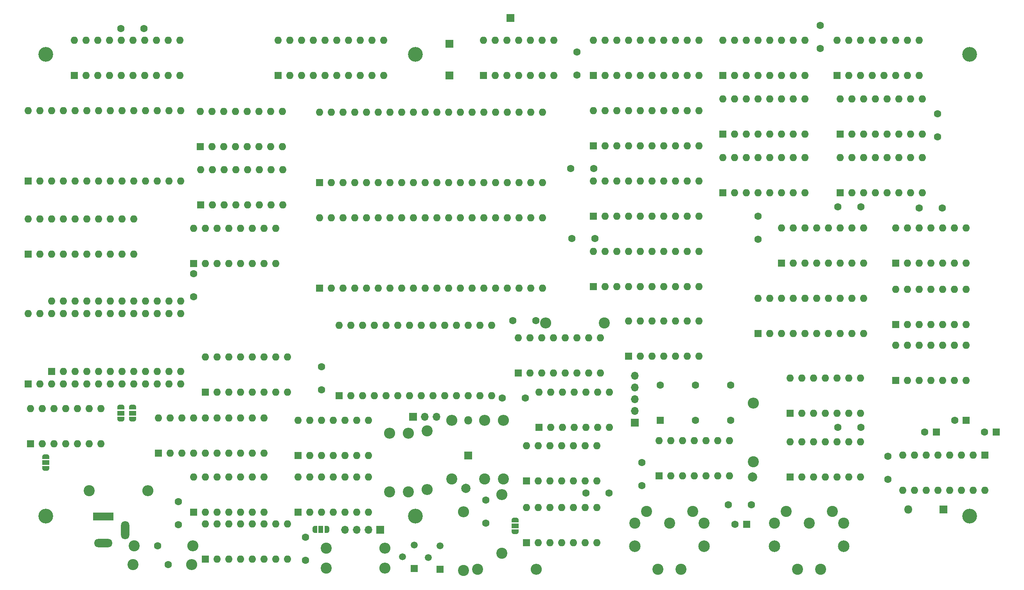
<source format=gbr>
%TF.GenerationSoftware,KiCad,Pcbnew,8.0.7-8.0.7-0~ubuntu22.04.1*%
%TF.CreationDate,2025-01-30T17:32:51+01:00*%
%TF.ProjectId,EVA1_production,45564131-5f70-4726-9f64-756374696f6e,rev?*%
%TF.SameCoordinates,Original*%
%TF.FileFunction,Soldermask,Top*%
%TF.FilePolarity,Negative*%
%FSLAX46Y46*%
G04 Gerber Fmt 4.6, Leading zero omitted, Abs format (unit mm)*
G04 Created by KiCad (PCBNEW 8.0.7-8.0.7-0~ubuntu22.04.1) date 2025-01-30 17:32:51*
%MOMM*%
%LPD*%
G01*
G04 APERTURE LIST*
G04 Aperture macros list*
%AMFreePoly0*
4,1,19,0.550000,-0.750000,0.000000,-0.750000,0.000000,-0.744911,-0.071157,-0.744911,-0.207708,-0.704816,-0.327430,-0.627875,-0.420627,-0.520320,-0.479746,-0.390866,-0.500000,-0.250000,-0.500000,0.250000,-0.479746,0.390866,-0.420627,0.520320,-0.327430,0.627875,-0.207708,0.704816,-0.071157,0.744911,0.000000,0.744911,0.000000,0.750000,0.550000,0.750000,0.550000,-0.750000,0.550000,-0.750000,
$1*%
%AMFreePoly1*
4,1,19,0.000000,0.744911,0.071157,0.744911,0.207708,0.704816,0.327430,0.627875,0.420627,0.520320,0.479746,0.390866,0.500000,0.250000,0.500000,-0.250000,0.479746,-0.390866,0.420627,-0.520320,0.327430,-0.627875,0.207708,-0.704816,0.071157,-0.744911,0.000000,-0.744911,0.000000,-0.750000,-0.550000,-0.750000,-0.550000,0.750000,0.000000,0.750000,0.000000,0.744911,0.000000,0.744911,
$1*%
G04 Aperture macros list end*
%ADD10R,1.700000X1.700000*%
%ADD11O,1.700000X1.700000*%
%ADD12FreePoly0,180.000000*%
%ADD13R,1.000000X1.500000*%
%ADD14FreePoly1,180.000000*%
%ADD15R,1.600000X1.600000*%
%ADD16O,1.600000X1.600000*%
%ADD17C,1.600000*%
%ADD18C,3.200000*%
%ADD19C,2.400000*%
%ADD20O,2.400000X2.400000*%
%ADD21R,1.500000X1.500000*%
%ADD22C,1.500000*%
%ADD23FreePoly0,90.000000*%
%ADD24R,1.500000X1.000000*%
%ADD25FreePoly1,90.000000*%
%ADD26C,2.500000*%
%ADD27R,4.400000X1.800000*%
%ADD28O,4.000000X1.800000*%
%ADD29O,1.800000X4.000000*%
%ADD30R,1.800000X1.800000*%
%ADD31O,1.800000X1.800000*%
%ADD32C,2.000000*%
G04 APERTURE END LIST*
D10*
%TO.C,J9*%
X102362000Y-133985000D03*
D11*
X99822000Y-133985000D03*
X97282000Y-133985000D03*
X94742000Y-133985000D03*
%TD*%
D12*
%TO.C,JP5*%
X90835000Y-133858000D03*
D13*
X89535000Y-133858000D03*
D14*
X88235000Y-133858000D03*
%TD*%
D15*
%TO.C,U26*%
X148556630Y-50800000D03*
D16*
X151096630Y-50800000D03*
X153636630Y-50800000D03*
X156176630Y-50800000D03*
X158716630Y-50800000D03*
X161256630Y-50800000D03*
X163796630Y-50800000D03*
X166336630Y-50800000D03*
X168876630Y-50800000D03*
X171416630Y-50800000D03*
X171416630Y-43180000D03*
X168876630Y-43180000D03*
X166336630Y-43180000D03*
X163796630Y-43180000D03*
X161256630Y-43180000D03*
X158716630Y-43180000D03*
X156176630Y-43180000D03*
X153636630Y-43180000D03*
X151096630Y-43180000D03*
X148556630Y-43180000D03*
%TD*%
D15*
%TO.C,U21*%
X132250000Y-100000000D03*
D16*
X134790000Y-100000000D03*
X137330000Y-100000000D03*
X139870000Y-100000000D03*
X142410000Y-100000000D03*
X144950000Y-100000000D03*
X147490000Y-100000000D03*
X150030000Y-100000000D03*
X150030000Y-92380000D03*
X147490000Y-92380000D03*
X144950000Y-92380000D03*
X142410000Y-92380000D03*
X139870000Y-92380000D03*
X137330000Y-92380000D03*
X134790000Y-92380000D03*
X132250000Y-92380000D03*
%TD*%
D15*
%TO.C,U31*%
X162750000Y-122250000D03*
D16*
X165290000Y-122250000D03*
X167830000Y-122250000D03*
X170370000Y-122250000D03*
X172910000Y-122250000D03*
X175450000Y-122250000D03*
X177990000Y-122250000D03*
X177990000Y-114630000D03*
X175450000Y-114630000D03*
X172910000Y-114630000D03*
X170370000Y-114630000D03*
X167830000Y-114630000D03*
X165290000Y-114630000D03*
X162750000Y-114630000D03*
%TD*%
D15*
%TO.C,U4*%
X26670000Y-115316000D03*
D16*
X29210000Y-115316000D03*
X31750000Y-115316000D03*
X34290000Y-115316000D03*
X36830000Y-115316000D03*
X39370000Y-115316000D03*
X41910000Y-115316000D03*
X41910000Y-107696000D03*
X39370000Y-107696000D03*
X36830000Y-107696000D03*
X34290000Y-107696000D03*
X31750000Y-107696000D03*
X29210000Y-107696000D03*
X26670000Y-107696000D03*
%TD*%
D15*
%TO.C,C23*%
X181705113Y-132750000D03*
D17*
X179205113Y-132750000D03*
%TD*%
D18*
%TO.C,H2*%
X110000000Y-31000000D03*
%TD*%
%TO.C,H4*%
X30000000Y-131000000D03*
%TD*%
D17*
%TO.C,C14*%
X151892000Y-125984000D03*
X146892000Y-125984000D03*
%TD*%
D19*
%TO.C,R3*%
X39370000Y-125476000D03*
D20*
X52070000Y-125476000D03*
%TD*%
D17*
%TO.C,C2*%
X56468000Y-141478000D03*
X61468000Y-141478000D03*
%TD*%
%TO.C,C15*%
X159004000Y-119380000D03*
X159004000Y-124380000D03*
%TD*%
D15*
%TO.C,U40*%
X201930000Y-48260000D03*
D16*
X204470000Y-48260000D03*
X207010000Y-48260000D03*
X209550000Y-48260000D03*
X212090000Y-48260000D03*
X214630000Y-48260000D03*
X217170000Y-48260000D03*
X219710000Y-48260000D03*
X219710000Y-40640000D03*
X217170000Y-40640000D03*
X214630000Y-40640000D03*
X212090000Y-40640000D03*
X209550000Y-40640000D03*
X207010000Y-40640000D03*
X204470000Y-40640000D03*
X201930000Y-40640000D03*
%TD*%
D15*
%TO.C,U36*%
X184150000Y-91440000D03*
D16*
X186690000Y-91440000D03*
X189230000Y-91440000D03*
X191770000Y-91440000D03*
X194310000Y-91440000D03*
X196850000Y-91440000D03*
X199390000Y-91440000D03*
X201930000Y-91440000D03*
X204470000Y-91440000D03*
X207010000Y-91440000D03*
X207010000Y-83820000D03*
X204470000Y-83820000D03*
X201930000Y-83820000D03*
X199390000Y-83820000D03*
X196850000Y-83820000D03*
X194310000Y-83820000D03*
X191770000Y-83820000D03*
X189230000Y-83820000D03*
X186690000Y-83820000D03*
X184150000Y-83820000D03*
%TD*%
D15*
%TO.C,U41*%
X201930000Y-60960000D03*
D16*
X204470000Y-60960000D03*
X207010000Y-60960000D03*
X209550000Y-60960000D03*
X212090000Y-60960000D03*
X214630000Y-60960000D03*
X217170000Y-60960000D03*
X219710000Y-60960000D03*
X219710000Y-53340000D03*
X217170000Y-53340000D03*
X214630000Y-53340000D03*
X212090000Y-53340000D03*
X209550000Y-53340000D03*
X207010000Y-53340000D03*
X204470000Y-53340000D03*
X201930000Y-53340000D03*
%TD*%
D19*
%TO.C,R10*%
X129032000Y-122936000D03*
D20*
X129032000Y-110236000D03*
%TD*%
D15*
%TO.C,U43*%
X213995000Y-89535000D03*
D16*
X216535000Y-89535000D03*
X219075000Y-89535000D03*
X221615000Y-89535000D03*
X224155000Y-89535000D03*
X226695000Y-89535000D03*
X229235000Y-89535000D03*
X229235000Y-81915000D03*
X226695000Y-81915000D03*
X224155000Y-81915000D03*
X221615000Y-81915000D03*
X219075000Y-81915000D03*
X216535000Y-81915000D03*
X213995000Y-81915000D03*
%TD*%
D19*
%TO.C,R4*%
X108458000Y-125730000D03*
D20*
X108458000Y-113030000D03*
%TD*%
D15*
%TO.C,Y2*%
X163000000Y-110250000D03*
D17*
X178240000Y-110250000D03*
X178240000Y-102630000D03*
X163000000Y-102630000D03*
%TD*%
%TO.C,C33*%
X223012000Y-48895000D03*
X223012000Y-43895000D03*
%TD*%
D15*
%TO.C,U22*%
X136750000Y-111750000D03*
D16*
X139290000Y-111750000D03*
X141830000Y-111750000D03*
X144370000Y-111750000D03*
X146910000Y-111750000D03*
X149450000Y-111750000D03*
X151990000Y-111750000D03*
X151990000Y-104130000D03*
X149450000Y-104130000D03*
X146910000Y-104130000D03*
X144370000Y-104130000D03*
X141830000Y-104130000D03*
X139290000Y-104130000D03*
X136750000Y-104130000D03*
%TD*%
D21*
%TO.C,Q3*%
X115316000Y-142494000D03*
D22*
X112776000Y-139954000D03*
X115316000Y-137414000D03*
%TD*%
D19*
%TO.C,R5*%
X90678000Y-142240000D03*
D20*
X103378000Y-142240000D03*
%TD*%
D17*
%TO.C,C5*%
X49182000Y-137414000D03*
X54182000Y-137414000D03*
%TD*%
D23*
%TO.C,JP1*%
X46228000Y-109982000D03*
D24*
X46228000Y-108682000D03*
D25*
X46228000Y-107382000D03*
%TD*%
D15*
%TO.C,U33*%
X176530000Y-48260000D03*
D16*
X179070000Y-48260000D03*
X181610000Y-48260000D03*
X184150000Y-48260000D03*
X186690000Y-48260000D03*
X189230000Y-48260000D03*
X191770000Y-48260000D03*
X194310000Y-48260000D03*
X194310000Y-40640000D03*
X191770000Y-40640000D03*
X189230000Y-40640000D03*
X186690000Y-40640000D03*
X184150000Y-40640000D03*
X181610000Y-40640000D03*
X179070000Y-40640000D03*
X176530000Y-40640000D03*
%TD*%
D17*
%TO.C,C29*%
X206462000Y-64008000D03*
X201462000Y-64008000D03*
%TD*%
D15*
%TO.C,U32*%
X176530000Y-35560000D03*
D16*
X179070000Y-35560000D03*
X181610000Y-35560000D03*
X184150000Y-35560000D03*
X186690000Y-35560000D03*
X189230000Y-35560000D03*
X191770000Y-35560000D03*
X194310000Y-35560000D03*
X194310000Y-27940000D03*
X191770000Y-27940000D03*
X189230000Y-27940000D03*
X186690000Y-27940000D03*
X184150000Y-27940000D03*
X181610000Y-27940000D03*
X179070000Y-27940000D03*
X176530000Y-27940000D03*
%TD*%
D17*
%TO.C,C25*%
X184150000Y-71040000D03*
X184150000Y-66040000D03*
%TD*%
D15*
%TO.C,U2*%
X26162000Y-74295000D03*
D16*
X28702000Y-74295000D03*
X31242000Y-74295000D03*
X33782000Y-74295000D03*
X36322000Y-74295000D03*
X38862000Y-74295000D03*
X41402000Y-74295000D03*
X43942000Y-74295000D03*
X46482000Y-74295000D03*
X49022000Y-74295000D03*
X49022000Y-66675000D03*
X46482000Y-66675000D03*
X43942000Y-66675000D03*
X41402000Y-66675000D03*
X38862000Y-66675000D03*
X36322000Y-66675000D03*
X33782000Y-66675000D03*
X31242000Y-66675000D03*
X28702000Y-66675000D03*
X26162000Y-66675000D03*
%TD*%
D15*
%TO.C,U38*%
X191135000Y-122555000D03*
D16*
X193675000Y-122555000D03*
X196215000Y-122555000D03*
X198755000Y-122555000D03*
X201295000Y-122555000D03*
X203835000Y-122555000D03*
X206375000Y-122555000D03*
X206375000Y-114935000D03*
X203835000Y-114935000D03*
X201295000Y-114935000D03*
X198755000Y-114935000D03*
X196215000Y-114935000D03*
X193675000Y-114935000D03*
X191135000Y-114935000D03*
%TD*%
D19*
%TO.C,R7*%
X104394000Y-125730000D03*
D20*
X104394000Y-113030000D03*
%TD*%
D15*
%TO.C,U35*%
X189230000Y-76200000D03*
D16*
X191770000Y-76200000D03*
X194310000Y-76200000D03*
X196850000Y-76200000D03*
X199390000Y-76200000D03*
X201930000Y-76200000D03*
X204470000Y-76200000D03*
X207010000Y-76200000D03*
X207010000Y-68580000D03*
X204470000Y-68580000D03*
X201930000Y-68580000D03*
X199390000Y-68580000D03*
X196850000Y-68580000D03*
X194310000Y-68580000D03*
X191770000Y-68580000D03*
X189230000Y-68580000D03*
%TD*%
D15*
%TO.C,U8*%
X61976000Y-76327000D03*
D16*
X64516000Y-76327000D03*
X67056000Y-76327000D03*
X69596000Y-76327000D03*
X72136000Y-76327000D03*
X74676000Y-76327000D03*
X77216000Y-76327000D03*
X79756000Y-76327000D03*
X79756000Y-68707000D03*
X77216000Y-68707000D03*
X74676000Y-68707000D03*
X72136000Y-68707000D03*
X69596000Y-68707000D03*
X67056000Y-68707000D03*
X64516000Y-68707000D03*
X61976000Y-68707000D03*
%TD*%
D15*
%TO.C,U44*%
X213995000Y-101600000D03*
D16*
X216535000Y-101600000D03*
X219075000Y-101600000D03*
X221615000Y-101600000D03*
X224155000Y-101600000D03*
X226695000Y-101600000D03*
X229235000Y-101600000D03*
X229235000Y-93980000D03*
X226695000Y-93980000D03*
X224155000Y-93980000D03*
X221615000Y-93980000D03*
X219075000Y-93980000D03*
X216535000Y-93980000D03*
X213995000Y-93980000D03*
%TD*%
D15*
%TO.C,U9*%
X26162000Y-102362000D03*
D16*
X28702000Y-102362000D03*
X31242000Y-102362000D03*
X33782000Y-102362000D03*
X36322000Y-102362000D03*
X38862000Y-102362000D03*
X41402000Y-102362000D03*
X43942000Y-102362000D03*
X46482000Y-102362000D03*
X49022000Y-102362000D03*
X51562000Y-102362000D03*
X54102000Y-102362000D03*
X56642000Y-102362000D03*
X59182000Y-102362000D03*
X59182000Y-87122000D03*
X56642000Y-87122000D03*
X54102000Y-87122000D03*
X51562000Y-87122000D03*
X49022000Y-87122000D03*
X46482000Y-87122000D03*
X43942000Y-87122000D03*
X41402000Y-87122000D03*
X38862000Y-87122000D03*
X36322000Y-87122000D03*
X33782000Y-87122000D03*
X31242000Y-87122000D03*
X28702000Y-87122000D03*
X26162000Y-87122000D03*
%TD*%
D10*
%TO.C,J2*%
X109474000Y-109474000D03*
D11*
X112014000Y-109474000D03*
X114554000Y-109474000D03*
%TD*%
D10*
%TO.C,J6*%
X117348000Y-28702000D03*
%TD*%
D15*
%TO.C,U6*%
X63441515Y-50975801D03*
D16*
X65981515Y-50975801D03*
X68521515Y-50975801D03*
X71061515Y-50975801D03*
X73601515Y-50975801D03*
X76141515Y-50975801D03*
X78681515Y-50975801D03*
X81221515Y-50975801D03*
X81221515Y-43355801D03*
X78681515Y-43355801D03*
X76141515Y-43355801D03*
X73601515Y-43355801D03*
X71061515Y-43355801D03*
X68521515Y-43355801D03*
X65981515Y-43355801D03*
X63441515Y-43355801D03*
%TD*%
D15*
%TO.C,U17*%
X93472000Y-104902000D03*
D16*
X96012000Y-104902000D03*
X98552000Y-104902000D03*
X101092000Y-104902000D03*
X103632000Y-104902000D03*
X106172000Y-104902000D03*
X108712000Y-104902000D03*
X111252000Y-104902000D03*
X113792000Y-104902000D03*
X116332000Y-104902000D03*
X118872000Y-104902000D03*
X121412000Y-104902000D03*
X123952000Y-104902000D03*
X126492000Y-104902000D03*
X126492000Y-89662000D03*
X123952000Y-89662000D03*
X121412000Y-89662000D03*
X118872000Y-89662000D03*
X116332000Y-89662000D03*
X113792000Y-89662000D03*
X111252000Y-89662000D03*
X108712000Y-89662000D03*
X106172000Y-89662000D03*
X103632000Y-89662000D03*
X101092000Y-89662000D03*
X98552000Y-89662000D03*
X96012000Y-89662000D03*
X93472000Y-89662000D03*
%TD*%
D17*
%TO.C,C1*%
X46228000Y-25400000D03*
X51228000Y-25400000D03*
%TD*%
%TO.C,C22*%
X182750000Y-128500000D03*
X177750000Y-128500000D03*
%TD*%
D26*
%TO.C,J5*%
X187750000Y-137500000D03*
X202750000Y-137500000D03*
D19*
X202750000Y-132500000D03*
X195250000Y-132500000D03*
X187750000Y-132500000D03*
X200250000Y-130000000D03*
X190250000Y-130000000D03*
X192750000Y-142500000D03*
X197750000Y-142500000D03*
%TD*%
%TO.C,R9*%
X124968000Y-122936000D03*
D20*
X124968000Y-110236000D03*
%TD*%
D15*
%TO.C,U10*%
X64516000Y-104140000D03*
D16*
X67056000Y-104140000D03*
X69596000Y-104140000D03*
X72136000Y-104140000D03*
X74676000Y-104140000D03*
X77216000Y-104140000D03*
X79756000Y-104140000D03*
X82296000Y-104140000D03*
X82296000Y-96520000D03*
X79756000Y-96520000D03*
X77216000Y-96520000D03*
X74676000Y-96520000D03*
X72136000Y-96520000D03*
X69596000Y-96520000D03*
X67056000Y-96520000D03*
X64516000Y-96520000D03*
%TD*%
D15*
%TO.C,U39*%
X201295000Y-35560000D03*
D16*
X203835000Y-35560000D03*
X206375000Y-35560000D03*
X208915000Y-35560000D03*
X211455000Y-35560000D03*
X213995000Y-35560000D03*
X216535000Y-35560000D03*
X219075000Y-35560000D03*
X219075000Y-27940000D03*
X216535000Y-27940000D03*
X213995000Y-27940000D03*
X211455000Y-27940000D03*
X208915000Y-27940000D03*
X206375000Y-27940000D03*
X203835000Y-27940000D03*
X201295000Y-27940000D03*
%TD*%
D18*
%TO.C,H3*%
X230000000Y-31000000D03*
%TD*%
D15*
%TO.C,U45*%
X54356000Y-117348000D03*
D16*
X56896000Y-117348000D03*
X59436000Y-117348000D03*
X61976000Y-117348000D03*
X64516000Y-117348000D03*
X67056000Y-117348000D03*
X69596000Y-117348000D03*
X72136000Y-117348000D03*
X74676000Y-117348000D03*
X77216000Y-117348000D03*
X77216000Y-109728000D03*
X74676000Y-109728000D03*
X72136000Y-109728000D03*
X69596000Y-109728000D03*
X67056000Y-109728000D03*
X64516000Y-109728000D03*
X61976000Y-109728000D03*
X59436000Y-109728000D03*
X56896000Y-109728000D03*
X54356000Y-109728000D03*
%TD*%
D27*
%TO.C,J8*%
X42418000Y-131064000D03*
D28*
X42418000Y-136864000D03*
D29*
X47218000Y-134064000D03*
%TD*%
D21*
%TO.C,Q2*%
X109728000Y-142367000D03*
D22*
X107188000Y-139827000D03*
X109728000Y-137287000D03*
%TD*%
D15*
%TO.C,U24*%
X134004998Y-136704998D03*
D16*
X136544998Y-136704998D03*
X139084998Y-136704998D03*
X141624998Y-136704998D03*
X144164998Y-136704998D03*
X146704998Y-136704998D03*
X149244998Y-136704998D03*
X149244998Y-129084998D03*
X146704998Y-129084998D03*
X144164998Y-129084998D03*
X141624998Y-129084998D03*
X139084998Y-129084998D03*
X136544998Y-129084998D03*
X134004998Y-129084998D03*
%TD*%
D15*
%TO.C,U42*%
X213995000Y-76200000D03*
D16*
X216535000Y-76200000D03*
X219075000Y-76200000D03*
X221615000Y-76200000D03*
X224155000Y-76200000D03*
X226695000Y-76200000D03*
X229235000Y-76200000D03*
X229235000Y-68580000D03*
X226695000Y-68580000D03*
X224155000Y-68580000D03*
X221615000Y-68580000D03*
X219075000Y-68580000D03*
X216535000Y-68580000D03*
X213995000Y-68580000D03*
%TD*%
D15*
%TO.C,U25*%
X148556630Y-35560000D03*
D16*
X151096630Y-35560000D03*
X153636630Y-35560000D03*
X156176630Y-35560000D03*
X158716630Y-35560000D03*
X161256630Y-35560000D03*
X163796630Y-35560000D03*
X166336630Y-35560000D03*
X168876630Y-35560000D03*
X171416630Y-35560000D03*
X171416630Y-27940000D03*
X168876630Y-27940000D03*
X166336630Y-27940000D03*
X163796630Y-27940000D03*
X161256630Y-27940000D03*
X158716630Y-27940000D03*
X156176630Y-27940000D03*
X153636630Y-27940000D03*
X151096630Y-27940000D03*
X148556630Y-27940000D03*
%TD*%
D17*
%TO.C,C8*%
X133818000Y-105410000D03*
X128818000Y-105410000D03*
%TD*%
D15*
%TO.C,U34*%
X176530000Y-60960000D03*
D16*
X179070000Y-60960000D03*
X181610000Y-60960000D03*
X184150000Y-60960000D03*
X186690000Y-60960000D03*
X189230000Y-60960000D03*
X191770000Y-60960000D03*
X194310000Y-60960000D03*
X194310000Y-53340000D03*
X191770000Y-53340000D03*
X189230000Y-53340000D03*
X186690000Y-53340000D03*
X184150000Y-53340000D03*
X181610000Y-53340000D03*
X179070000Y-53340000D03*
X176530000Y-53340000D03*
%TD*%
D30*
%TO.C,D2*%
X224282000Y-129540000D03*
D31*
X216662000Y-129540000D03*
%TD*%
D15*
%TO.C,U19*%
X84582000Y-130175000D03*
D16*
X87122000Y-130175000D03*
X89662000Y-130175000D03*
X92202000Y-130175000D03*
X94742000Y-130175000D03*
X97282000Y-130175000D03*
X99822000Y-130175000D03*
X99822000Y-122555000D03*
X97282000Y-122555000D03*
X94742000Y-122555000D03*
X92202000Y-122555000D03*
X89662000Y-122555000D03*
X87122000Y-122555000D03*
X84582000Y-122555000D03*
%TD*%
D17*
%TO.C,C27*%
X197612000Y-29718000D03*
X197612000Y-24718000D03*
%TD*%
D19*
%TO.C,R12*%
X120396000Y-142748000D03*
D20*
X120396000Y-130048000D03*
%TD*%
D17*
%TO.C,C11*%
X145000000Y-30500000D03*
X145000000Y-35500000D03*
%TD*%
D15*
%TO.C,U1*%
X26162000Y-58420000D03*
D16*
X28702000Y-58420000D03*
X31242000Y-58420000D03*
X33782000Y-58420000D03*
X36322000Y-58420000D03*
X38862000Y-58420000D03*
X41402000Y-58420000D03*
X43942000Y-58420000D03*
X46482000Y-58420000D03*
X49022000Y-58420000D03*
X51562000Y-58420000D03*
X54102000Y-58420000D03*
X56642000Y-58420000D03*
X59182000Y-58420000D03*
X59182000Y-43180000D03*
X56642000Y-43180000D03*
X54102000Y-43180000D03*
X51562000Y-43180000D03*
X49022000Y-43180000D03*
X46482000Y-43180000D03*
X43942000Y-43180000D03*
X41402000Y-43180000D03*
X38862000Y-43180000D03*
X36322000Y-43180000D03*
X33782000Y-43180000D03*
X31242000Y-43180000D03*
X28702000Y-43180000D03*
X26162000Y-43180000D03*
%TD*%
D17*
%TO.C,C4*%
X58674000Y-132842000D03*
X58674000Y-127842000D03*
%TD*%
%TO.C,C3*%
X61976000Y-78486000D03*
X61976000Y-83486000D03*
%TD*%
D18*
%TO.C,H6*%
X110000000Y-131000000D03*
%TD*%
D15*
%TO.C,U12*%
X61976000Y-130175000D03*
D16*
X64516000Y-130175000D03*
X67056000Y-130175000D03*
X69596000Y-130175000D03*
X72136000Y-130175000D03*
X74676000Y-130175000D03*
X77216000Y-130175000D03*
X77216000Y-122555000D03*
X74676000Y-122555000D03*
X72136000Y-122555000D03*
X69596000Y-122555000D03*
X67056000Y-122555000D03*
X64516000Y-122555000D03*
X61976000Y-122555000D03*
%TD*%
D15*
%TO.C,U28*%
X148556630Y-81280000D03*
D16*
X151096630Y-81280000D03*
X153636630Y-81280000D03*
X156176630Y-81280000D03*
X158716630Y-81280000D03*
X161256630Y-81280000D03*
X163796630Y-81280000D03*
X166336630Y-81280000D03*
X168876630Y-81280000D03*
X171416630Y-81280000D03*
X171416630Y-73660000D03*
X168876630Y-73660000D03*
X166336630Y-73660000D03*
X163796630Y-73660000D03*
X161256630Y-73660000D03*
X158716630Y-73660000D03*
X156176630Y-73660000D03*
X153636630Y-73660000D03*
X151096630Y-73660000D03*
X148556630Y-73660000D03*
%TD*%
D15*
%TO.C,U7*%
X63500000Y-63627000D03*
D16*
X66040000Y-63627000D03*
X68580000Y-63627000D03*
X71120000Y-63627000D03*
X73660000Y-63627000D03*
X76200000Y-63627000D03*
X78740000Y-63627000D03*
X81280000Y-63627000D03*
X81280000Y-56007000D03*
X78740000Y-56007000D03*
X76200000Y-56007000D03*
X73660000Y-56007000D03*
X71120000Y-56007000D03*
X68580000Y-56007000D03*
X66040000Y-56007000D03*
X63500000Y-56007000D03*
%TD*%
D19*
%TO.C,R1*%
X49102000Y-137414000D03*
D20*
X61802000Y-137414000D03*
%TD*%
D19*
%TO.C,R14*%
X128750000Y-139000000D03*
D20*
X128750000Y-126300000D03*
%TD*%
D15*
%TO.C,Y3*%
X162990849Y-110265099D03*
D17*
X170610849Y-110265099D03*
X170610849Y-102645099D03*
X162990849Y-102645099D03*
%TD*%
D23*
%TO.C,JP4*%
X29972000Y-120680000D03*
D24*
X29972000Y-119380000D03*
D25*
X29972000Y-118080000D03*
%TD*%
D15*
%TO.C,U27*%
X148556630Y-66040000D03*
D16*
X151096630Y-66040000D03*
X153636630Y-66040000D03*
X156176630Y-66040000D03*
X158716630Y-66040000D03*
X161256630Y-66040000D03*
X163796630Y-66040000D03*
X166336630Y-66040000D03*
X168876630Y-66040000D03*
X171416630Y-66040000D03*
X171416630Y-58420000D03*
X168876630Y-58420000D03*
X166336630Y-58420000D03*
X163796630Y-58420000D03*
X161256630Y-58420000D03*
X158716630Y-58420000D03*
X156176630Y-58420000D03*
X153636630Y-58420000D03*
X151096630Y-58420000D03*
X148556630Y-58420000D03*
%TD*%
D17*
%TO.C,C10*%
X125250000Y-127500000D03*
X125250000Y-132500000D03*
%TD*%
D30*
%TO.C,D1*%
X121412000Y-117856000D03*
D31*
X121412000Y-110236000D03*
%TD*%
D17*
%TO.C,C13*%
X148844000Y-70866000D03*
X143844000Y-70866000D03*
%TD*%
D15*
%TO.C,C18*%
X235712000Y-112776000D03*
D17*
X233212000Y-112776000D03*
%TD*%
D32*
%TO.C,TP1*%
X120904000Y-124968000D03*
%TD*%
D10*
%TO.C,J3*%
X157480000Y-110790000D03*
D11*
X157480000Y-108250000D03*
X157480000Y-105710000D03*
X157480000Y-103170000D03*
X157480000Y-100630000D03*
%TD*%
D19*
%TO.C,R15*%
X123500000Y-142500000D03*
D20*
X136200000Y-142500000D03*
%TD*%
D10*
%TO.C,J1*%
X130556000Y-23114000D03*
%TD*%
D19*
%TO.C,R8*%
X112522000Y-112522000D03*
D20*
X112522000Y-125222000D03*
%TD*%
D19*
%TO.C,R6*%
X90678000Y-137922000D03*
D20*
X103378000Y-137922000D03*
%TD*%
D17*
%TO.C,C9*%
X136104000Y-88646000D03*
X131104000Y-88646000D03*
%TD*%
D19*
%TO.C,R16*%
X117856000Y-122936000D03*
D20*
X117856000Y-110236000D03*
%TD*%
D32*
%TO.C,TP2*%
X183000000Y-122500000D03*
%TD*%
D15*
%TO.C,C16*%
X222758000Y-112776000D03*
D17*
X220258000Y-112776000D03*
%TD*%
%TO.C,C12*%
X148641630Y-55750000D03*
X143641630Y-55750000D03*
%TD*%
D15*
%TO.C,U14*%
X80264000Y-35560000D03*
D16*
X82804000Y-35560000D03*
X85344000Y-35560000D03*
X87884000Y-35560000D03*
X90424000Y-35560000D03*
X92964000Y-35560000D03*
X95504000Y-35560000D03*
X98044000Y-35560000D03*
X100584000Y-35560000D03*
X103124000Y-35560000D03*
X103124000Y-27940000D03*
X100584000Y-27940000D03*
X98044000Y-27940000D03*
X95504000Y-27940000D03*
X92964000Y-27940000D03*
X90424000Y-27940000D03*
X87884000Y-27940000D03*
X85344000Y-27940000D03*
X82804000Y-27940000D03*
X80264000Y-27940000D03*
%TD*%
D15*
%TO.C,U37*%
X191135000Y-108712000D03*
D16*
X193675000Y-108712000D03*
X196215000Y-108712000D03*
X198755000Y-108712000D03*
X201295000Y-108712000D03*
X203835000Y-108712000D03*
X206375000Y-108712000D03*
X206375000Y-101092000D03*
X203835000Y-101092000D03*
X201295000Y-101092000D03*
X198755000Y-101092000D03*
X196215000Y-101092000D03*
X193675000Y-101092000D03*
X191135000Y-101092000D03*
%TD*%
D17*
%TO.C,C6*%
X89662000Y-103632000D03*
X89662000Y-98632000D03*
%TD*%
D19*
%TO.C,R2*%
X48848000Y-141478000D03*
D20*
X61548000Y-141478000D03*
%TD*%
D19*
%TO.C,R11*%
X150876000Y-89154000D03*
D20*
X138176000Y-89154000D03*
%TD*%
D18*
%TO.C,H5*%
X230000000Y-131000000D03*
%TD*%
D17*
%TO.C,C31*%
X212250000Y-118000000D03*
X212250000Y-123000000D03*
%TD*%
D26*
%TO.C,J4*%
X157500000Y-137500000D03*
X172500000Y-137500000D03*
D19*
X172500000Y-132500000D03*
X165000000Y-132500000D03*
X157500000Y-132500000D03*
X170000000Y-130000000D03*
X160000000Y-130000000D03*
X162500000Y-142500000D03*
X167500000Y-142500000D03*
%TD*%
D15*
%TO.C,U23*%
X134004998Y-123369998D03*
D16*
X136544998Y-123369998D03*
X139084998Y-123369998D03*
X141624998Y-123369998D03*
X144164998Y-123369998D03*
X146704998Y-123369998D03*
X149244998Y-123369998D03*
X149244998Y-115749998D03*
X146704998Y-115749998D03*
X144164998Y-115749998D03*
X141624998Y-115749998D03*
X139084998Y-115749998D03*
X136544998Y-115749998D03*
X134004998Y-115749998D03*
%TD*%
D18*
%TO.C,H1*%
X30000000Y-31000000D03*
%TD*%
D17*
%TO.C,C34*%
X219075000Y-64262000D03*
X224075000Y-64262000D03*
%TD*%
%TO.C,C30*%
X201422000Y-111760000D03*
X206422000Y-111760000D03*
%TD*%
D15*
%TO.C,U20*%
X124714000Y-35560000D03*
D16*
X127254000Y-35560000D03*
X129794000Y-35560000D03*
X132334000Y-35560000D03*
X134874000Y-35560000D03*
X137414000Y-35560000D03*
X139954000Y-35560000D03*
X139954000Y-27940000D03*
X137414000Y-27940000D03*
X134874000Y-27940000D03*
X132334000Y-27940000D03*
X129794000Y-27940000D03*
X127254000Y-27940000D03*
X124714000Y-27940000D03*
%TD*%
D15*
%TO.C,U13*%
X64516000Y-140335000D03*
D16*
X67056000Y-140335000D03*
X69596000Y-140335000D03*
X72136000Y-140335000D03*
X74676000Y-140335000D03*
X77216000Y-140335000D03*
X79756000Y-140335000D03*
X82296000Y-140335000D03*
X82296000Y-132715000D03*
X79756000Y-132715000D03*
X77216000Y-132715000D03*
X74676000Y-132715000D03*
X72136000Y-132715000D03*
X69596000Y-132715000D03*
X67056000Y-132715000D03*
X64516000Y-132715000D03*
%TD*%
D15*
%TO.C,U5*%
X36195000Y-35560000D03*
D16*
X38735000Y-35560000D03*
X41275000Y-35560000D03*
X43815000Y-35560000D03*
X46355000Y-35560000D03*
X48895000Y-35560000D03*
X51435000Y-35560000D03*
X53975000Y-35560000D03*
X56515000Y-35560000D03*
X59055000Y-35560000D03*
X59055000Y-27940000D03*
X56515000Y-27940000D03*
X53975000Y-27940000D03*
X51435000Y-27940000D03*
X48895000Y-27940000D03*
X46355000Y-27940000D03*
X43815000Y-27940000D03*
X41275000Y-27940000D03*
X38735000Y-27940000D03*
X36195000Y-27940000D03*
%TD*%
D23*
%TO.C,JP2*%
X48768000Y-109982000D03*
D24*
X48768000Y-108682000D03*
D25*
X48768000Y-107382000D03*
%TD*%
D15*
%TO.C,U16*%
X89281000Y-81661000D03*
D16*
X91821000Y-81661000D03*
X94361000Y-81661000D03*
X96901000Y-81661000D03*
X99441000Y-81661000D03*
X101981000Y-81661000D03*
X104521000Y-81661000D03*
X107061000Y-81661000D03*
X109601000Y-81661000D03*
X112141000Y-81661000D03*
X114681000Y-81661000D03*
X117221000Y-81661000D03*
X119761000Y-81661000D03*
X122301000Y-81661000D03*
X124841000Y-81661000D03*
X127381000Y-81661000D03*
X129921000Y-81661000D03*
X132461000Y-81661000D03*
X135001000Y-81661000D03*
X137541000Y-81661000D03*
X137541000Y-66421000D03*
X135001000Y-66421000D03*
X132461000Y-66421000D03*
X129921000Y-66421000D03*
X127381000Y-66421000D03*
X124841000Y-66421000D03*
X122301000Y-66421000D03*
X119761000Y-66421000D03*
X117221000Y-66421000D03*
X114681000Y-66421000D03*
X112141000Y-66421000D03*
X109601000Y-66421000D03*
X107061000Y-66421000D03*
X104521000Y-66421000D03*
X101981000Y-66421000D03*
X99441000Y-66421000D03*
X96901000Y-66421000D03*
X94361000Y-66421000D03*
X91821000Y-66421000D03*
X89281000Y-66421000D03*
%TD*%
D15*
%TO.C,U29*%
X156176630Y-96360000D03*
D16*
X158716630Y-96360000D03*
X161256630Y-96360000D03*
X163796630Y-96360000D03*
X166336630Y-96360000D03*
X168876630Y-96360000D03*
X171416630Y-96360000D03*
X171416630Y-88740000D03*
X168876630Y-88740000D03*
X166336630Y-88740000D03*
X163796630Y-88740000D03*
X161256630Y-88740000D03*
X158716630Y-88740000D03*
X156176630Y-88740000D03*
%TD*%
D10*
%TO.C,J7*%
X117348000Y-35560000D03*
%TD*%
D23*
%TO.C,JP3*%
X131572000Y-134396000D03*
D24*
X131572000Y-133096000D03*
D25*
X131572000Y-131796000D03*
%TD*%
D15*
%TO.C,U18*%
X84582000Y-117856000D03*
D16*
X87122000Y-117856000D03*
X89662000Y-117856000D03*
X92202000Y-117856000D03*
X94742000Y-117856000D03*
X97282000Y-117856000D03*
X99822000Y-117856000D03*
X99822000Y-110236000D03*
X97282000Y-110236000D03*
X94742000Y-110236000D03*
X92202000Y-110236000D03*
X89662000Y-110236000D03*
X87122000Y-110236000D03*
X84582000Y-110236000D03*
%TD*%
D15*
%TO.C,C17*%
X229250000Y-110250000D03*
D17*
X226750000Y-110250000D03*
%TD*%
D15*
%TO.C,U15*%
X89281000Y-58801000D03*
D16*
X91821000Y-58801000D03*
X94361000Y-58801000D03*
X96901000Y-58801000D03*
X99441000Y-58801000D03*
X101981000Y-58801000D03*
X104521000Y-58801000D03*
X107061000Y-58801000D03*
X109601000Y-58801000D03*
X112141000Y-58801000D03*
X114681000Y-58801000D03*
X117221000Y-58801000D03*
X119761000Y-58801000D03*
X122301000Y-58801000D03*
X124841000Y-58801000D03*
X127381000Y-58801000D03*
X129921000Y-58801000D03*
X132461000Y-58801000D03*
X135001000Y-58801000D03*
X137541000Y-58801000D03*
X137541000Y-43561000D03*
X135001000Y-43561000D03*
X132461000Y-43561000D03*
X129921000Y-43561000D03*
X127381000Y-43561000D03*
X124841000Y-43561000D03*
X122301000Y-43561000D03*
X119761000Y-43561000D03*
X117221000Y-43561000D03*
X114681000Y-43561000D03*
X112141000Y-43561000D03*
X109601000Y-43561000D03*
X107061000Y-43561000D03*
X104521000Y-43561000D03*
X101981000Y-43561000D03*
X99441000Y-43561000D03*
X96901000Y-43561000D03*
X94361000Y-43561000D03*
X91821000Y-43561000D03*
X89281000Y-43561000D03*
%TD*%
D19*
%TO.C,R21*%
X183134000Y-119250000D03*
D20*
X183134000Y-106550000D03*
%TD*%
D17*
%TO.C,C7*%
X86233000Y-140589000D03*
X86233000Y-135589000D03*
%TD*%
D15*
%TO.C,U3*%
X31242000Y-99695000D03*
D16*
X33782000Y-99695000D03*
X36322000Y-99695000D03*
X38862000Y-99695000D03*
X41402000Y-99695000D03*
X43942000Y-99695000D03*
X46482000Y-99695000D03*
X49022000Y-99695000D03*
X51562000Y-99695000D03*
X54102000Y-99695000D03*
X56642000Y-99695000D03*
X59182000Y-99695000D03*
X59182000Y-84455000D03*
X56642000Y-84455000D03*
X54102000Y-84455000D03*
X51562000Y-84455000D03*
X49022000Y-84455000D03*
X46482000Y-84455000D03*
X43942000Y-84455000D03*
X41402000Y-84455000D03*
X38862000Y-84455000D03*
X36322000Y-84455000D03*
X33782000Y-84455000D03*
X31242000Y-84455000D03*
%TD*%
D15*
%TO.C,U30*%
X233250000Y-117750000D03*
D16*
X230710000Y-117750000D03*
X228170000Y-117750000D03*
X225630000Y-117750000D03*
X223090000Y-117750000D03*
X220550000Y-117750000D03*
X218010000Y-117750000D03*
X215470000Y-117750000D03*
X215470000Y-125370000D03*
X218010000Y-125370000D03*
X220550000Y-125370000D03*
X223090000Y-125370000D03*
X225630000Y-125370000D03*
X228170000Y-125370000D03*
X230710000Y-125370000D03*
X233250000Y-125370000D03*
%TD*%
M02*

</source>
